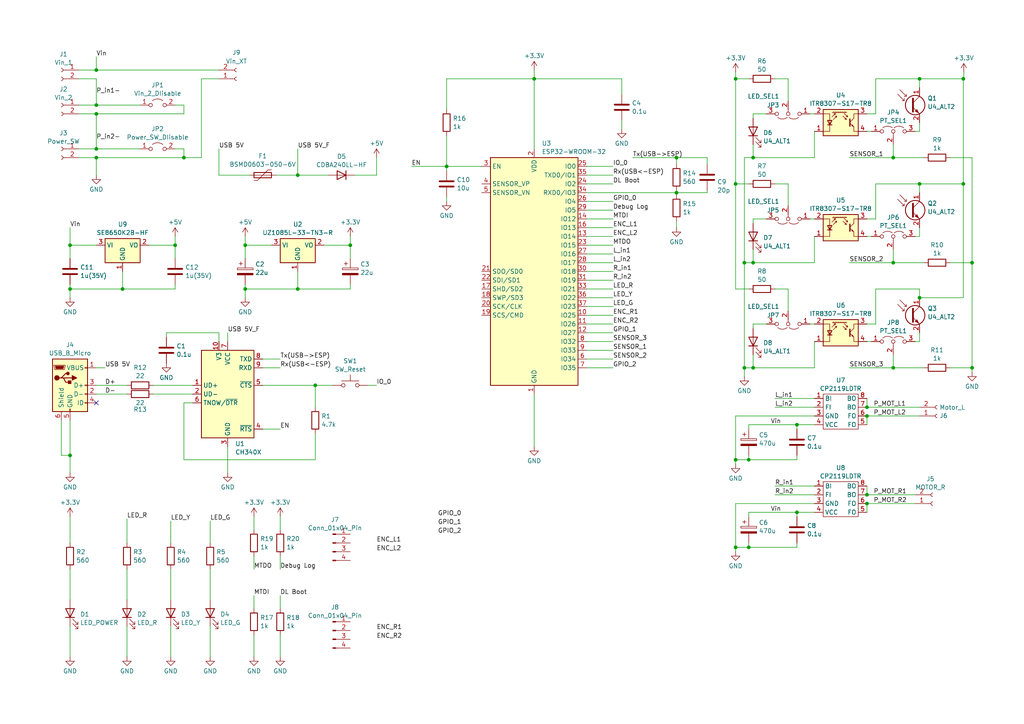
<source format=kicad_sch>
(kicad_sch (version 20230121) (generator eeschema)
  (paper "A4")
  (title_block (title "ESP Mini PF base circuit") (date "2025-04-27") (rev "0.1"))
  (junction (at 27.94 43.18))
  (junction (at 213.36 22.86))
  (junction (at 196.215 45.72))
  (junction (at 281.94 76.2))
  (junction (at 281.94 106.68))
  (junction (at 259.08 106.68))
  (junction (at 154.94 22.86))
  (junction (at 266.7 86.36))
  (junction (at 27.94 45.72))
  (junction (at 231.14 123.19))
  (junction (at 266.7 53.34))
  (junction (at 279.4 53.34))
  (junction (at 259.08 45.72))
  (junction (at 266.7 22.86))
  (junction (at 20.32 71.12))
  (junction (at 279.4 22.86))
  (junction (at 215.9 106.68))
  (junction (at 251.46 143.51))
  (junction (at 251.46 146.05))
  (junction (at 251.46 120.65))
  (junction (at 213.36 53.34))
  (junction (at 71.12 71.12))
  (junction (at 91.44 111.76))
  (junction (at 27.94 33.02))
  (junction (at 27.94 30.48))
  (junction (at 86.36 50.8))
  (junction (at 86.36 83.82))
  (junction (at 50.8 71.12))
  (junction (at 53.34 45.72))
  (junction (at 231.14 148.59))
  (junction (at 20.32 132.08))
  (junction (at 35.56 83.82))
  (junction (at 101.6 71.12))
  (junction (at 196.215 55.88))
  (junction (at 251.46 118.11))
  (junction (at 217.17 158.75))
  (junction (at 218.44 76.2))
  (junction (at 218.44 45.72))
  (junction (at 213.36 133.35))
  (junction (at 213.36 158.75))
  (junction (at 218.44 106.68))
  (junction (at 27.94 20.32))
  (junction (at 71.12 83.82))
  (junction (at 215.9 76.2))
  (junction (at 129.54 48.26))
  (junction (at 217.17 133.35))
  (junction (at 20.32 83.82))
  (junction (at 259.08 76.2))
  (no_connect (at 27.94 116.84))
  (wire (pts (xy 236.22 33.02) (xy 234.95 33.02)))
  (wire (pts (xy 218.44 45.72) (xy 236.22 45.72)))
  (wire (pts (xy 71.12 71.12) (xy 71.12 74.93)))
  (wire (pts (xy 265.43 68.58) (xy 266.7 68.58)))
  (wire (pts (xy 27.94 20.32) (xy 63.5 20.32)))
  (wire (pts (xy 217.17 133.35) (xy 213.36 133.35)))
  (wire (pts (xy 170.18 73.66) (xy 177.8 73.66)))
  (wire (pts (xy 27.94 43.18) (xy 22.86 43.18)))
  (wire (pts (xy 266.7 86.36) (xy 279.4 86.36)))
  (wire (pts (xy 80.01 50.8) (xy 86.36 50.8)))
  (wire (pts (xy 17.78 121.92) (xy 17.78 132.08)))
  (wire (pts (xy 109.22 50.8) (xy 109.22 45.72)))
  (wire (pts (xy 231.14 158.75) (xy 217.17 158.75)))
  (wire (pts (xy 36.83 181.61) (xy 36.83 190.5)))
  (wire (pts (xy 27.94 114.3) (xy 36.83 114.3)))
  (wire (pts (xy 170.18 83.82) (xy 177.8 83.82)))
  (wire (pts (xy 231.14 157.48) (xy 231.14 158.75)))
  (wire (pts (xy 53.34 133.35) (xy 91.44 133.35)))
  (wire (pts (xy 254 22.86) (xy 254 33.02)))
  (wire (pts (xy 259.08 72.39) (xy 259.08 76.2)))
  (wire (pts (xy 55.88 116.84) (xy 53.34 116.84)))
  (wire (pts (xy 213.36 20.955) (xy 213.36 22.86)))
  (wire (pts (xy 20.32 181.61) (xy 20.32 190.5)))
  (wire (pts (xy 254 93.98) (xy 251.46 93.98)))
  (wire (pts (xy 27.94 33.02) (xy 53.34 33.02)))
  (wire (pts (xy 27.94 111.76) (xy 36.83 111.76)))
  (wire (pts (xy 53.34 116.84) (xy 53.34 133.35)))
  (wire (pts (xy 60.96 181.61) (xy 60.96 190.5)))
  (wire (pts (xy 170.18 104.14) (xy 177.8 104.14)))
  (wire (pts (xy 73.66 172.72) (xy 73.66 176.53)))
  (wire (pts (xy 266.7 35.56) (xy 266.7 38.1)))
  (wire (pts (xy 246.38 45.72) (xy 259.08 45.72)))
  (wire (pts (xy 101.6 68.58) (xy 101.6 71.12)))
  (wire (pts (xy 279.4 22.86) (xy 279.4 53.34)))
  (wire (pts (xy 119.38 48.26) (xy 129.54 48.26)))
  (wire (pts (xy 129.54 48.26) (xy 129.54 49.53)))
  (wire (pts (xy 218.44 33.02) (xy 218.44 34.29)))
  (wire (pts (xy 53.34 45.72) (xy 58.42 45.72)))
  (wire (pts (xy 101.6 83.82) (xy 86.36 83.82)))
  (wire (pts (xy 266.7 118.11) (xy 251.46 118.11)))
  (wire (pts (xy 66.04 129.54) (xy 66.04 137.16)))
  (wire (pts (xy 76.2 104.14) (xy 81.28 104.14)))
  (wire (pts (xy 222.25 33.02) (xy 218.44 33.02)))
  (wire (pts (xy 222.25 93.98) (xy 218.44 93.98)))
  (wire (pts (xy 17.78 132.08) (xy 20.32 132.08)))
  (wire (pts (xy 27.94 43.18) (xy 40.64 43.18)))
  (wire (pts (xy 224.79 118.11) (xy 236.22 118.11)))
  (wire (pts (xy 217.17 148.59) (xy 217.17 149.86)))
  (wire (pts (xy 228.6 83.82) (xy 228.6 90.17)))
  (wire (pts (xy 20.32 83.82) (xy 20.32 86.36)))
  (wire (pts (xy 170.18 88.9) (xy 177.8 88.9)))
  (wire (pts (xy 251.46 38.1) (xy 252.73 38.1)))
  (wire (pts (xy 213.36 120.65) (xy 213.36 133.35)))
  (wire (pts (xy 217.17 123.19) (xy 217.17 124.46)))
  (wire (pts (xy 58.42 45.72) (xy 58.42 22.86)))
  (wire (pts (xy 213.36 133.35) (xy 213.36 134.62)))
  (wire (pts (xy 279.5404 20.955) (xy 279.5404 22.86)))
  (wire (pts (xy 27.94 45.72) (xy 27.94 50.8)))
  (wire (pts (xy 170.18 68.58) (xy 177.8 68.58)))
  (wire (pts (xy 259.08 106.68) (xy 267.97 106.68)))
  (wire (pts (xy 224.79 53.34) (xy 228.6 53.34)))
  (wire (pts (xy 251.46 143.51) (xy 251.46 140.97)))
  (wire (pts (xy 265.43 143.51) (xy 251.46 143.51)))
  (wire (pts (xy 170.18 48.26) (xy 177.8 48.26)))
  (wire (pts (xy 73.66 161.29) (xy 73.66 165.1)))
  (wire (pts (xy 50.8 82.55) (xy 50.8 83.82)))
  (wire (pts (xy 215.9 45.72) (xy 215.9 76.2)))
  (wire (pts (xy 251.46 118.11) (xy 251.46 115.57)))
  (wire (pts (xy 196.215 45.72) (xy 196.215 47.625)))
  (wire (pts (xy 91.44 133.35) (xy 91.44 125.73)))
  (wire (pts (xy 183.515 45.72) (xy 196.215 45.72)))
  (wire (pts (xy 20.32 121.92) (xy 20.32 132.08)))
  (wire (pts (xy 224.79 115.57) (xy 236.22 115.57)))
  (wire (pts (xy 63.5 50.8) (xy 72.39 50.8)))
  (wire (pts (xy 265.43 146.05) (xy 251.46 146.05)))
  (wire (pts (xy 50.8 43.18) (xy 53.34 43.18)))
  (wire (pts (xy 196.215 64.135) (xy 196.215 66.04)))
  (wire (pts (xy 246.38 106.68) (xy 259.08 106.68)))
  (wire (pts (xy 213.36 120.65) (xy 236.22 120.65)))
  (wire (pts (xy 266.7 83.82) (xy 266.7 86.36)))
  (wire (pts (xy 259.08 102.87) (xy 259.08 106.68)))
  (wire (pts (xy 218.44 106.68) (xy 236.22 106.68)))
  (wire (pts (xy 275.59 106.68) (xy 281.94 106.68)))
  (wire (pts (xy 58.42 22.86) (xy 63.5 22.86)))
  (wire (pts (xy 170.18 106.68) (xy 177.8 106.68)))
  (wire (pts (xy 218.44 102.87) (xy 218.44 106.68)))
  (wire (pts (xy 217.17 123.19) (xy 231.14 123.19)))
  (wire (pts (xy 71.12 83.82) (xy 71.12 86.36)))
  (wire (pts (xy 20.32 71.12) (xy 20.32 74.93)))
  (wire (pts (xy 251.46 68.58) (xy 252.73 68.58)))
  (wire (pts (xy 49.53 151.13) (xy 49.53 157.48)))
  (wire (pts (xy 254 22.86) (xy 266.7 22.86)))
  (wire (pts (xy 231.14 123.19) (xy 236.22 123.19)))
  (wire (pts (xy 281.94 76.2) (xy 281.94 106.68)))
  (wire (pts (xy 180.34 22.86) (xy 154.94 22.86)))
  (wire (pts (xy 101.6 82.55) (xy 101.6 83.82)))
  (wire (pts (xy 63.5 96.52) (xy 48.26 96.52)))
  (wire (pts (xy 236.22 99.06) (xy 236.22 106.68)))
  (wire (pts (xy 213.36 146.05) (xy 236.22 146.05)))
  (wire (pts (xy 170.18 99.06) (xy 177.8 99.06)))
  (wire (pts (xy 218.44 41.91) (xy 218.44 45.72)))
  (wire (pts (xy 246.38 76.2) (xy 259.08 76.2)))
  (wire (pts (xy 91.44 111.76) (xy 96.52 111.76)))
  (wire (pts (xy 259.08 76.2) (xy 267.97 76.2)))
  (wire (pts (xy 53.34 30.48) (xy 53.34 33.02)))
  (wire (pts (xy 27.94 30.48) (xy 40.64 30.48)))
  (wire (pts (xy 228.6 22.86) (xy 228.6 29.21)))
  (wire (pts (xy 224.79 83.82) (xy 228.6 83.82)))
  (wire (pts (xy 53.34 43.18) (xy 53.34 45.72)))
  (wire (pts (xy 170.18 96.52) (xy 177.8 96.52)))
  (wire (pts (xy 81.28 184.15) (xy 81.28 190.5)))
  (wire (pts (xy 129.54 48.26) (xy 139.7 48.26)))
  (wire (pts (xy 196.215 55.245) (xy 196.215 55.88)))
  (wire (pts (xy 218.44 63.5) (xy 218.44 64.77)))
  (wire (pts (xy 129.54 48.26) (xy 129.54 39.37)))
  (wire (pts (xy 170.18 50.8) (xy 177.8 50.8)))
  (wire (pts (xy 224.79 22.86) (xy 228.6 22.86)))
  (wire (pts (xy 81.28 149.86) (xy 81.28 153.67)))
  (wire (pts (xy 73.66 184.15) (xy 73.66 190.5)))
  (wire (pts (xy 170.18 53.34) (xy 177.8 53.34)))
  (wire (pts (xy 251.46 146.05) (xy 251.46 148.59)))
  (wire (pts (xy 66.04 96.52) (xy 66.04 99.06)))
  (wire (pts (xy 86.36 78.74) (xy 86.36 83.82)))
  (wire (pts (xy 35.56 78.74) (xy 35.56 83.82)))
  (wire (pts (xy 236.22 63.5) (xy 234.95 63.5)))
  (wire (pts (xy 213.36 158.75) (xy 213.36 160.02)))
  (wire (pts (xy 215.9 76.2) (xy 218.44 76.2)))
  (wire (pts (xy 86.36 83.82) (xy 71.12 83.82)))
  (wire (pts (xy 63.5 43.18) (xy 63.5 50.8)))
  (wire (pts (xy 196.215 55.88) (xy 205.105 55.88)))
  (wire (pts (xy 213.36 22.86) (xy 217.17 22.86)))
  (wire (pts (xy 218.44 93.98) (xy 218.44 95.25)))
  (wire (pts (xy 228.6 53.34) (xy 228.6 59.69)))
  (wire (pts (xy 266.7 22.86) (xy 279.4 22.86)))
  (wire (pts (xy 43.18 71.12) (xy 50.8 71.12)))
  (wire (pts (xy 213.36 146.05) (xy 213.36 158.75)))
  (wire (pts (xy 218.44 76.2) (xy 236.22 76.2)))
  (wire (pts (xy 71.12 71.12) (xy 78.74 71.12)))
  (wire (pts (xy 170.18 55.88) (xy 196.215 55.88)))
  (wire (pts (xy 170.18 81.28) (xy 177.8 81.28)))
  (wire (pts (xy 279.4 53.34) (xy 279.4 86.36)))
  (wire (pts (xy 266.7 53.34) (xy 266.7 55.88)))
  (wire (pts (xy 180.34 34.925) (xy 180.34 37.465)))
  (wire (pts (xy 231.14 133.35) (xy 217.17 133.35)))
  (wire (pts (xy 266.7 22.86) (xy 266.7 25.4)))
  (wire (pts (xy 251.46 120.65) (xy 251.46 123.19)))
  (wire (pts (xy 36.83 150.495) (xy 36.83 157.48)))
  (wire (pts (xy 170.18 86.36) (xy 177.8 86.36)))
  (wire (pts (xy 231.14 148.59) (xy 236.22 148.59)))
  (wire (pts (xy 27.94 20.32) (xy 22.86 20.32)))
  (wire (pts (xy 275.59 76.2) (xy 281.94 76.2)))
  (wire (pts (xy 236.22 93.98) (xy 234.95 93.98)))
  (wire (pts (xy 170.18 91.44) (xy 177.8 91.44)))
  (wire (pts (xy 213.36 53.34) (xy 217.17 53.34)))
  (wire (pts (xy 266.7 96.52) (xy 266.7 99.06)))
  (wire (pts (xy 265.43 38.1) (xy 266.7 38.1)))
  (wire (pts (xy 106.68 111.76) (xy 109.22 111.76)))
  (wire (pts (xy 222.25 63.5) (xy 218.44 63.5)))
  (wire (pts (xy 217.17 148.59) (xy 231.14 148.59)))
  (wire (pts (xy 217.17 132.08) (xy 217.17 133.35)))
  (wire (pts (xy 266.7 66.04) (xy 266.7 68.58)))
  (wire (pts (xy 49.53 181.61) (xy 49.53 190.5)))
  (wire (pts (xy 170.18 78.74) (xy 177.8 78.74)))
  (wire (pts (xy 86.36 43.18) (xy 86.36 50.8)))
  (wire (pts (xy 27.94 22.86) (xy 27.94 30.48)))
  (wire (pts (xy 254 63.5) (xy 251.46 63.5)))
  (wire (pts (xy 20.32 71.12) (xy 27.94 71.12)))
  (wire (pts (xy 170.18 71.12) (xy 177.8 71.12)))
  (wire (pts (xy 170.18 66.04) (xy 177.8 66.04)))
  (wire (pts (xy 205.105 47.625) (xy 205.105 45.72)))
  (wire (pts (xy 49.53 165.1) (xy 49.53 173.99)))
  (wire (pts (xy 76.2 106.68) (xy 81.28 106.68)))
  (wire (pts (xy 275.59 45.72) (xy 281.94 45.72)))
  (wire (pts (xy 196.215 55.88) (xy 196.215 56.515)))
  (wire (pts (xy 254 83.82) (xy 266.7 83.82)))
  (wire (pts (xy 20.32 83.82) (xy 20.32 82.55)))
  (wire (pts (xy 170.18 93.98) (xy 177.8 93.98)))
  (wire (pts (xy 27.94 45.72) (xy 53.34 45.72)))
  (wire (pts (xy 251.46 99.06) (xy 252.73 99.06)))
  (wire (pts (xy 129.54 57.15) (xy 129.54 58.42)))
  (wire (pts (xy 27.94 106.68) (xy 30.48 106.68)))
  (wire (pts (xy 35.56 83.82) (xy 20.32 83.82)))
  (wire (pts (xy 224.79 143.51) (xy 236.22 143.51)))
  (wire (pts (xy 22.86 45.72) (xy 27.94 45.72)))
  (wire (pts (xy 215.9 45.72) (xy 218.44 45.72)))
  (wire (pts (xy 259.08 45.72) (xy 267.97 45.72)))
  (wire (pts (xy 266.7 120.65) (xy 251.46 120.65)))
  (wire (pts (xy 93.98 71.12) (xy 101.6 71.12)))
  (wire (pts (xy 224.79 140.97) (xy 236.22 140.97)))
  (wire (pts (xy 22.86 33.02) (xy 27.94 33.02)))
  (wire (pts (xy 236.22 38.1) (xy 236.22 45.72)))
  (wire (pts (xy 86.36 50.8) (xy 95.25 50.8)))
  (wire (pts (xy 91.44 118.11) (xy 91.44 111.76)))
  (wire (pts (xy 48.26 96.52) (xy 48.26 97.79)))
  (wire (pts (xy 50.8 30.48) (xy 53.34 30.48)))
  (wire (pts (xy 50.8 71.12) (xy 50.8 74.93)))
  (wire (pts (xy 154.94 20.32) (xy 154.94 22.86)))
  (wire (pts (xy 170.18 60.96) (xy 177.8 60.96)))
  (wire (pts (xy 266.7 53.34) (xy 279.4 53.34)))
  (wire (pts (xy 76.2 124.46) (xy 81.28 124.46)))
  (wire (pts (xy 254 53.34) (xy 254 63.5)))
  (wire (pts (xy 50.8 83.82) (xy 35.56 83.82)))
  (wire (pts (xy 60.96 151.13) (xy 60.96 157.48)))
  (wire (pts (xy 27.94 30.48) (xy 22.86 30.48)))
  (wire (pts (xy 213.36 83.82) (xy 217.17 83.82)))
  (wire (pts (xy 259.08 41.91) (xy 259.08 45.72)))
  (wire (pts (xy 50.8 68.58) (xy 50.8 71.12)))
  (wire (pts (xy 281.94 106.68) (xy 281.94 107.95)))
  (wire (pts (xy 205.105 45.72) (xy 196.215 45.72)))
  (wire (pts (xy 170.18 101.6) (xy 177.8 101.6)))
  (wire (pts (xy 101.6 71.12) (xy 101.6 74.93)))
  (wire (pts (xy 170.18 63.5) (xy 177.8 63.5)))
  (wire (pts (xy 254 33.02) (xy 251.46 33.02)))
  (wire (pts (xy 236.22 68.58) (xy 236.22 76.2)))
  (wire (pts (xy 129.54 22.86) (xy 154.94 22.86)))
  (wire (pts (xy 154.94 114.3) (xy 154.94 129.54)))
  (wire (pts (xy 213.36 22.86) (xy 213.36 53.34)))
  (wire (pts (xy 44.45 114.3) (xy 55.88 114.3)))
  (wire (pts (xy 27.94 16.51) (xy 27.94 20.32)))
  (wire (pts (xy 20.32 149.86) (xy 20.32 157.48)))
  (wire (pts (xy 76.2 111.76) (xy 91.44 111.76)))
  (wire (pts (xy 20.32 132.08) (xy 20.32 137.16)))
  (wire (pts (xy 27.94 33.02) (xy 27.94 43.18)))
  (wire (pts (xy 71.12 68.58) (xy 71.12 71.12)))
  (wire (pts (xy 44.45 111.76) (xy 55.88 111.76)))
  (wire (pts (xy 215.9 76.2) (xy 215.9 106.68)))
  (wire (pts (xy 254 83.82) (xy 254 93.98)))
  (wire (pts (xy 129.54 31.75) (xy 129.54 22.86)))
  (wire (pts (xy 170.18 76.2) (xy 177.8 76.2)))
  (wire (pts (xy 71.12 83.82) (xy 71.12 82.55)))
  (wire (pts (xy 180.34 27.305) (xy 180.34 22.86)))
  (wire (pts (xy 22.86 22.86) (xy 27.94 22.86)))
  (wire (pts (xy 81.28 161.29) (xy 81.28 165.1)))
  (wire (pts (xy 231.14 123.19) (xy 231.14 124.46)))
  (wire (pts (xy 36.83 165.1) (xy 36.83 173.99)))
  (wire (pts (xy 217.17 157.48) (xy 217.17 158.75)))
  (wire (pts (xy 231.14 148.59) (xy 231.14 149.86)))
  (wire (pts (xy 215.9 106.68) (xy 215.9 109.22)))
  (wire (pts (xy 154.94 22.86) (xy 154.94 43.18)))
  (wire (pts (xy 170.18 58.42) (xy 177.8 58.42)))
  (wire (pts (xy 81.28 172.72) (xy 81.28 176.53)))
  (wire (pts (xy 215.9 106.68) (xy 218.44 106.68)))
  (wire (pts (xy 213.36 53.34) (xy 213.36 83.82)))
  (wire (pts (xy 205.105 55.88) (xy 205.105 55.245)))
  (wire (pts (xy 217.17 158.75) (xy 213.36 158.75)))
  (wire (pts (xy 254 53.34) (xy 266.7 53.34)))
  (wire (pts (xy 218.44 72.39) (xy 218.44 76.2)))
  (wire (pts (xy 60.96 165.1) (xy 60.96 173.99)))
  (wire (pts (xy 20.32 66.04) (xy 20.32 71.12)))
  (wire (pts (xy 279.4 22.86) (xy 279.5404 22.86)))
  (wire (pts (xy 281.94 45.72) (xy 281.94 76.2)))
  (wire (pts (xy 231.14 132.08) (xy 231.14 133.35)))
  (wire (pts (xy 102.87 50.8) (xy 109.22 50.8)))
  (wire (pts (xy 20.32 165.1) (xy 20.32 173.99)))
  (wire (pts (xy 63.5 99.06) (xy 63.5 96.52)))
  (wire (pts (xy 73.66 149.86) (xy 73.66 153.67)))
  (wire (pts (xy 265.43 99.06) (xy 266.7 99.06)))
  (label "DL Boot" (at 81.28 172.72 0))
  (label "LED_R" (at 36.83 150.495 0))
  (label "ENC_L1" (at 109.22 157.48 0))
  (label "Vin" (at 223.52 148.59 0))
  (label "GPIO_1" (at 177.8 96.52 0))
  (label "SENSOR_3" (at 246.38 106.68 0))
  (label "P_MOT_L1" (at 253.365 118.11 0))
  (label "Tx(USB->ESP)" (at 183.515 45.72 0))
  (label "IO_0" (at 109.22 111.76 0))
  (label "LED_Y" (at 177.8 86.36 0))
  (label "L_in1" (at 224.79 115.57 0))
  (label "LED_R" (at 177.8 83.82 0))
  (label "R_in2" (at 224.79 143.51 0))
  (label "R_in1" (at 224.79 140.97 0))
  (label "L_in2" (at 224.79 118.11 0))
  (label "ENC_L2" (at 177.8 68.58 0))
  (label "MTDI" (at 177.8 63.5 0))
  (label "SENSOR_1" (at 246.38 45.72 0))
  (label "GPIO_0" (at 127 149.86 0))
  (label "MTDO" (at 73.66 165.1 0))
  (label "Rx(USB<-ESP)" (at 81.28 106.68 0))
  (label "Debug Log" (at 81.28 165.1 0))
  (label "SENSOR_2" (at 177.8 104.14 0))
  (label "IO_0" (at 177.8 48.26 0))
  (label "SENSOR_1" (at 177.8 101.6 0))
  (label "P_MOT_R2" (at 253.365 146.05 0))
  (label "Tx(USB->ESP)" (at 81.28 104.14 0))
  (label "R_in1" (at 177.8 78.74 0))
  (label "Vin" (at 20.32 66.04 0))
  (label "Debug Log" (at 177.8 60.96 0))
  (label "ENC_R2" (at 109.22 185.42 0))
  (label "Vin" (at 27.94 16.51 0))
  (label "EN" (at 119.38 48.26 0))
  (label "USB 5V_F" (at 66.04 96.52 0))
  (label "EN" (at 81.28 124.46 0))
  (label "D-" (at 30.48 114.3 0))
  (label "P_MOT_R1" (at 253.365 143.51 0))
  (label "P_in2-" (at 27.94 40.64 0))
  (label "MTDO" (at 177.8 71.12 0))
  (label "R_in2" (at 177.8 81.28 0))
  (label "Rx(USB<-ESP)" (at 177.8 50.8 0))
  (label "LED_Y" (at 49.53 151.13 0))
  (label "ENC_L2" (at 109.22 160.02 0))
  (label "D+" (at 30.48 111.76 0))
  (label "P_MOT_L2" (at 253.365 120.65 0))
  (label "ENC_L1" (at 177.8 66.04 0))
  (label "GPIO_2" (at 177.8 106.68 0))
  (label "ENC_R2" (at 177.8 93.98 0))
  (label "USB 5V_F" (at 86.36 43.18 0))
  (label "GPIO_1" (at 127 152.4 0))
  (label "MTDI" (at 73.66 172.72 0))
  (label "ENC_R1" (at 177.8 91.44 0))
  (label "L_in2" (at 177.8 76.2 0))
  (label "GPIO_0" (at 177.8 58.42 0))
  (label "Vin" (at 223.52 123.19 0))
  (label "P_in1-" (at 27.94 27.305 0))
  (label "SENSOR_3" (at 177.8 99.06 0))
  (label "USB 5V" (at 63.5 43.18 0))
  (label "LED_G" (at 60.96 151.13 0))
  (label "SENSOR_2" (at 246.38 76.2 0))
  (label "GPIO_2" (at 127 154.94 0))
  (label "ENC_R1" (at 109.22 182.88 0))
  (label "DL Boot" (at 177.8 53.34 0))
  (label "USB 5V" (at 30.48 106.68 0))
  (label "L_in1" (at 177.8 73.66 0))
  (label "LED_G" (at 177.8 88.9 0))
  (symbol (lib_id "power:GND") (at 66.04 137.16 0) (unit 1)
    (property "Reference" "#PWR010" (effects hide))
    (property "Value" "GND" (at 66.04 141.2931 0))
  )
  (symbol (lib_id "power:GND") (at 36.83 190.5 0) (unit 1)
    (property "Reference" "#PWR05" (effects hide))
    (property "Value" "GND" (at 36.83 194.6331 0))
  )
  (symbol (lib_id "Device:C_Polarized") (at 217.17 153.67 0) (unit 1)
    (property "Reference" "C6" (at 220.091 151.5689 0) (effects (justify left)))
    (property "Value" "470u" (at 220.091 153.9931 0) (effects (justify left)))
    (property "Footprint" "Capacitor_THT:CP_Radial_D8.0mm_P3.50mm" (effects hide))
    (property "LCSC" "x" (effects hide))
  )
  (symbol (lib_id "Device:LED") (at 218.44 68.58 90) (unit 1)
    (property "Reference" "D7" (at 221.361 68.9554 90) (effects (justify right)))
    (property "Value" "U4_ALT1" (at 221.361 71.3796 90) (effects (justify right)))
    (property "Footprint" "LED_THT:LED_D5.0mm" (effects hide))
  )
  (symbol (lib_id "power:GND") (at 73.66 190.5 0) (unit 1)
    (property "Reference" "#PWR023" (effects hide))
    (property "Value" "GND" (at 73.66 194.6331 0))
  )
  (symbol (lib_id "Jumper:Jumper_2_Open") (at 45.72 30.48 0) (unit 1)
    (property "Reference" "JP1" (at 45.72 24.6847 0))
    (property "Value" "Vin_2_DIisable" (at 45.72 27.1089 0))
    (property "Footprint" "Jumper:SolderJumper-2_P1.3mm_Open_RoundedPad1.0x1.5mm" (effects hide))
    (property "LCSC" "x" (effects hide))
  )
  (symbol (lib_id "Device:LED") (at 218.44 99.06 90) (unit 1)
    (property "Reference" "D8" (at 221.361 99.4354 90) (effects (justify right)))
    (property "Value" "U4_ALT1" (at 221.361 101.8596 90) (effects (justify right)))
    (property "Footprint" "LED_THT:LED_D5.0mm" (effects hide))
  )
  (symbol (lib_id "Connector:Conn_01x02_Socket") (at 17.78 20.32 0) (mirror y) (unit 1)
    (property "Reference" "J1" (at 18.415 15.7185 0))
    (property "Value" "Vin_1" (at 18.415 18.1427 0))
    (property "Footprint" "Connector_JST:JST_PH_B2B-PH-K_1x02_P2.00mm_Vertical" (effects hide))
    (property "LCSC" "C160352" (effects hide))
  )
  (symbol (lib_id "Device:R") (at 40.64 114.3 90) (unit 1)
    (property "Reference" "R13" (at 40.64 118.745 90))
    (property "Value" "22" (at 40.64 116.84 90))
    (property "Footprint" "Resistor_SMD:R_0402_1005Metric" (effects hide))
    (property "LCSC" "C400511" (effects hide))
  )
  (symbol (lib_id "Device:C") (at 50.8 78.74 0) (unit 1)
    (property "Reference" "C12" (at 53.721 77.5279 0) (effects (justify left)))
    (property "Value" "1u(35V)" (at 53.721 79.9521 0) (effects (justify left)))
    (property "Footprint" "Capacitor_SMD:C_0402_1005Metric" (effects hide))
    (property "LCSC" "C361059" (effects hide))
  )
  (symbol (lib_id "power:GND") (at 20.32 190.5 0) (unit 1)
    (property "Reference" "#PWR03" (effects hide))
    (property "Value" "GND" (at 20.32 194.6331 0))
  )
  (symbol (lib_id "Device:LED") (at 218.44 38.1 90) (unit 1)
    (property "Reference" "D6" (at 221.361 38.4754 90) (effects (justify right)))
    (property "Value" "U4_ALT1" (at 221.361 40.8996 90) (effects (justify right)))
    (property "Footprint" "LED_THT:LED_D5.0mm" (effects hide))
  )
  (symbol (lib_id "Device:LED") (at 36.83 177.8 90) (unit 1)
    (property "Reference" "D2" (at 39.751 178.1754 90) (effects (justify right)))
    (property "Value" "LED_R" (at 39.751 180.5996 90) (effects (justify right)))
    (property "Footprint" "LED_THT:LED_D3.0mm" (effects hide))
    (property "LCSC" "x" (effects hide))
  )
  (symbol (lib_id "Connector:Conn_01x02_Socket") (at 270.51 146.05 0) (mirror x) (unit 1)
    (property "Reference" "J5" (at 269.875 138.9085 0))
    (property "Value" "MOTOR_R" (at 269.875 141.3327 0))
    (property "Footprint" "TerminalBlock:TerminalBlock_bornier-2_P5.08mm" (effects hide))
    (property "LCSC" "C8465" (effects hide))
  )
  (symbol (lib_id "Jumper:Jumper_3_Open") (at 259.08 38.1 0) (unit 1)
    (property "Reference" "JP4" (at 259.08 32.5835 0))
    (property "Value" "PT_SEL1" (at 259.08 35.0077 0))
    (property "Footprint" "Jumper:SolderJumper-3_P1.3mm_Open_RoundedPad1.0x1.5mm" (effects hide))
  )
  (symbol (lib_id "power:GND") (at 20.32 137.16 0) (unit 1)
    (property "Reference" "#PWR01" (effects hide))
    (property "Value" "GND" (at 20.32 141.2931 0))
  )
  (symbol (lib_id "power:GND") (at 215.9 109.22 0) (unit 1)
    (property "Reference" "#PWR018" (effects hide))
    (property "Value" "GND" (at 215.9 113.3531 0))
  )
  (symbol (lib_id "Jumper:Jumper_3_Open") (at 259.08 68.58 0) (unit 1)
    (property "Reference" "JP6" (at 259.08 63.0635 0))
    (property "Value" "PT_SEL1" (at 259.08 65.4877 0))
    (property "Footprint" "Jumper:SolderJumper-3_P1.3mm_Open_RoundedPad1.0x1.5mm" (effects hide))
  )
  (symbol (lib_id "power:+3.3V") (at 213.36 20.955 0) (unit 1)
    (property "Reference" "#PWR015" (effects hide))
    (property "Value" "+3.3V" (at 213.36 16.8219 0))
  )
  (symbol (lib_id "Device:LED") (at 49.53 177.8 90) (unit 1)
    (property "Reference" "D3" (at 52.451 178.1754 90) (effects (justify right)))
    (property "Value" "LED_Y" (at 52.451 180.5996 90) (effects (justify right)))
    (property "Footprint" "LED_THT:LED_D3.0mm" (effects hide))
    (property "LCSC" "x" (effects hide))
  )
  (symbol (lib_id "Connector:USB_B_Micro") (at 20.32 111.76 0) (unit 1)
    (property "Reference" "J4" (at 20.32 99.9957 0))
    (property "Value" "USB_B_Micro" (at 20.32 102.4199 0))
    (property "Footprint" "Connector_USB:USB_Micro-B_Amphenol_10103594-0001LF_Horizontal" (effects hide))
    (property "LCSC" "C428495" (effects hide))
  )
  (symbol (lib_id "power:GND") (at 27.94 50.8 0) (unit 1)
    (property "Reference" "#PWR04" (effects hide))
    (property "Value" "GND" (at 27.94 54.9331 0))
  )
  (symbol (lib_id "Device:R") (at 220.98 22.86 270) (unit 1)
    (property "Reference" "R6" (at 220.98 17.6997 90))
    (property "Value" "50" (at 220.98 20.1239 90))
    (property "Footprint" "Resistor_SMD:R_0805_2012Metric" (effects hide))
    (property "LCSC" "C2828866" (effects hide))
  )
  (symbol (lib_id "Device:Q_Photo_NPN") (at 264.16 91.44 0) (unit 1)
    (property "Reference" "Q3" (at 269.0114 89.4786 0) (effects (justify left)))
    (property "Value" "U4_ALT2" (at 269.0114 91.9028 0) (effects (justify left)))
    (property "Footprint" "LED_THT:LED_D5.0mm" (effects hide))
  )
  (symbol (lib_id "power:GND") (at 49.53 190.5 0) (unit 1)
    (property "Reference" "#PWR06" (effects hide))
    (property "Value" "GND" (at 49.53 194.6331 0))
  )
  (symbol (lib_id "Device:C_Polarized") (at 217.17 128.27 0) (unit 1)
    (property "Reference" "C5" (at 220.091 126.1689 0) (effects (justify left)))
    (property "Value" "470u" (at 220.091 128.5931 0) (effects (justify left)))
    (property "Footprint" "Capacitor_THT:CP_Radial_D8.0mm_P3.50mm" (effects hide))
    (property "LCSC" "x" (effects hide))
  )
  (symbol (lib_id "Device:C") (at 129.54 53.34 0) (unit 1)
    (property "Reference" "C10" (at 132.461 52.1279 0) (effects (justify left)))
    (property "Value" "10u" (at 132.461 54.5521 0) (effects (justify left)))
    (property "Footprint" "Capacitor_SMD:C_0402_1005Metric" (effects hide))
    (property "LCSC" "C76991" (effects hide))
  )
  (symbol (lib_id "Sensor_Proximity:ITR8307-S17-TR8") (at 243.84 66.04 0) (unit 1)
    (property "Reference" "U5" (at 243.84 58.0857 0))
    (property "Value" "ITR8307-S17-TR8" (at 243.84 60.5099 0))
    (property "Footprint" "OptoDevice:Everlight_ITR1201SR10AR" (effects hide))
    (property "Datasheet" "https://datasheet.lcsc.com/szlcsc/1810010232_Everlight-Elec-ITR8307-S17-TR8-B_C81632.pdf" (effects hide))
    (property "LCSC" "C81632" (effects hide))
  )
  (symbol (lib_id "Device:R") (at 196.215 60.325 0) (unit 1)
    (property "Reference" "R15" (at 197.993 59.1129 0) (effects (justify left)))
    (property "Value" "1k" (at 197.993 61.5371 0) (effects (justify left)))
    (property "Footprint" "Resistor_SMD:R_0402_1005Metric" (effects hide))
    (property "LCSC" "C159872" (effects hide))
  )
  (symbol (lib_id "Device:R") (at 196.215 51.435 0) (unit 1)
    (property "Reference" "R14" (at 197.993 50.2229 0) (effects (justify left)))
    (property "Value" "560" (at 197.993 52.6471 0) (effects (justify left)))
    (property "Footprint" "Resistor_SMD:R_0402_1005Metric" (effects hide))
    (property "LCSC" "C427239" (effects hide))
  )
  (symbol (lib_id "Device:LED") (at 60.96 177.8 90) (unit 1)
    (property "Reference" "D4" (at 63.881 178.1754 90) (effects (justify right)))
    (property "Value" "LED_G" (at 63.881 180.5996 90) (effects (justify right)))
    (property "Footprint" "LED_THT:LED_D3.0mm" (effects hide))
    (property "LCSC" "x" (effects hide))
  )
  (symbol (lib_id "power:GND") (at 71.12 86.36 0) (unit 1)
    (property "Reference" "#PWR09" (effects hide))
    (property "Value" "GND" (at 71.12 90.4931 0))
  )
  (symbol (lib_id "Device:C") (at 20.32 78.74 0) (unit 1)
    (property "Reference" "C11" (at 23.241 77.5279 0) (effects (justify left)))
    (property "Value" "1u(35V)" (at 23.241 79.9521 0) (effects (justify left)))
    (property "Footprint" "Capacitor_SMD:C_0402_1005Metric" (effects hide))
    (property "LCSC" "C361059" (effects hide))
  )
  (symbol (lib_id "power:+3.3V") (at 20.32 149.86 0) (unit 1)
    (property "Reference" "#PWR02" (effects hide))
    (property "Value" "+3.3V" (at 20.32 145.7269 0))
  )
  (symbol (lib_id "Device:R") (at 60.96 161.29 0) (unit 1)
    (property "Reference" "R5" (at 62.738 160.0779 0) (effects (justify left)))
    (property "Value" "560" (at 62.738 162.5021 0) (effects (justify left)))
    (property "Footprint" "Resistor_SMD:R_0402_1005Metric" (effects hide))
    (property "LCSC" "C427239" (effects hide))
  )
  (symbol (lib_id "Device:Q_Photo_NPN") (at 264.16 30.48 0) (unit 1)
    (property "Reference" "Q1" (at 269.0114 28.5186 0) (effects (justify left)))
    (property "Value" "U4_ALT2" (at 269.0114 30.9428 0) (effects (justify left)))
    (property "Footprint" "LED_THT:LED_D5.0mm" (effects hide))
  )
  (symbol (lib_id "Device:C") (at 231.14 128.27 0) (unit 1)
    (property "Reference" "C7" (at 234.061 127.0579 0) (effects (justify left)))
    (property "Value" "0.1u" (at 234.061 129.4821 0) (effects (justify left)))
    (property "Footprint" "Capacitor_SMD:C_0402_1005Metric" (effects hide))
    (property "LCSC" "C77020" (effects hide))
  )
  (symbol (lib_id "Jumper:Jumper_2_Open") (at 45.72 43.18 0) (unit 1)
    (property "Reference" "JP2" (at 45.72 37.3847 0))
    (property "Value" "Power_SW_DIisable" (at 45.72 39.8089 0))
    (property "Footprint" "Jumper:SolderJumper-2_P1.3mm_Open_RoundedPad1.0x1.5mm" (effects hide))
    (property "LCSC" "x" (effects hide))
  )
  (symbol (lib_id "power:GND") (at 20.32 86.36 0) (unit 1)
    (property "Reference" "#PWR027" (effects hide))
    (property "Value" "GND" (at 20.32 90.4931 0))
  )
  (symbol (lib_id "Jumper:Jumper_3_Open") (at 228.6 63.5 180) (unit 1)
    (property "Reference" "JP5" (at 226.06 60.96 0) (effects (justify left)))
    (property "Value" "LED_SEL1" (at 226.06 58.42 0) (effects (justify left)))
    (property "Footprint" "Jumper:SolderJumper-3_P1.3mm_Open_RoundedPad1.0x1.5mm" (effects hide))
  )
  (symbol (lib_id "Connector:Conn_01x04_Pin") (at 96.52 157.48 0) (unit 1)
    (property "Reference" "J7" (at 97.155 150.7195 0))
    (property "Value" "Conn_01x04_Pin" (at 97.155 153.1437 0))
  )
  (symbol (lib_id "Regulator_Linear:AP1117-33") (at 86.36 71.12 0) (unit 1)
    (property "Reference" "U2" (at 86.36 65.0707 0))
    (property "Value" "UZ1085L-33-TN3-R" (at 86.36 67.4949 0))
    (property "Footprint" "Package_TO_SOT_SMD:TO-252-2" (effects hide))
    (property "Datasheet" "https://www.lcsc.com/datasheet/lcsc_datasheet_2304140030_UTC-Unisonic-Tech-UZ1085L-33-TN3-R_C125622.pdf" (effects hide))
    (property "LCSC" "C125622" (effects hide))
  )
  (symbol (lib_id "Device:C") (at 48.26 101.6 0) (unit 1)
    (property "Reference" "C1" (at 51.181 100.3879 0) (effects (justify left)))
    (property "Value" "0.1u" (at 51.181 102.8121 0) (effects (justify left)))
    (property "Footprint" "Capacitor_SMD:C_0402_1005Metric" (effects hide))
    (property "LCSC" "C77020" (effects hide))
  )
  (symbol (lib_id "Device:R") (at 271.78 76.2 90) (unit 1)
    (property "Reference" "R10" (at 271.78 71.0397 90))
    (property "Value" "1k" (at 271.78 73.4639 90))
    (property "Footprint" "Resistor_SMD:R_0402_1005Metric" (effects hide))
    (property "LCSC" "C159872" (effects hide))
  )
  (symbol (lib_id "Connector:Conn_01x04_Pin") (at 96.52 182.88 0) (unit 1)
    (property "Reference" "J8" (at 97.155 176.1195 0))
    (property "Value" "Conn_01x04_Pin" (at 97.155 178.5437 0))
  )
  (symbol (lib_id "power:+3.3V") (at 101.6 68.58 0) (unit 1)
    (property "Reference" "#PWR011" (effects hide))
    (property "Value" "+3.3V" (at 101.6 64.4469 0))
  )
  (symbol (lib_id "power:GND") (at 213.36 134.62 0) (unit 1)
    (property "Reference" "#PWR016" (effects hide))
    (property "Value" "GND" (at 213.36 138.7531 0))
  )
  (symbol (lib_id "power:GND") (at 180.34 37.465 0) (unit 1)
    (property "Reference" "#PWR014" (effects hide))
    (property "Value" "GND" (at 180.34 41.5981 0))
  )
  (symbol (lib_id "Device:R") (at 271.78 45.72 90) (unit 1)
    (property "Reference" "R9" (at 271.78 40.5597 90))
    (property "Value" "1k" (at 271.78 42.9839 90))
    (property "Footprint" "Resistor_SMD:R_0402_1005Metric" (effects hide))
    (property "LCSC" "C159872" (effects hide))
  )
  (symbol (lib_id "Device:R") (at 73.66 180.34 0) (unit 1)
    (property "Reference" "R17" (at 75.438 179.1279 0) (effects (justify left)))
    (property "Value" "1k" (at 75.438 181.5521 0) (effects (justify left)))
    (property "Footprint" "Resistor_SMD:R_0402_1005Metric" (effects hide))
    (property "LCSC" "C159872" (effects hide))
  )
  (symbol (lib_id "power:GND") (at 48.26 105.41 0) (unit 1)
    (property "Reference" "#PWR07" (effects hide))
    (property "Value" "GND" (at 48.26 109.5431 0))
  )
  (symbol (lib_id "Jumper:Jumper_3_Open") (at 259.08 99.06 0) (unit 1)
    (property "Reference" "JP8" (at 259.08 93.5435 0))
    (property "Value" "PT_SEL1" (at 259.08 95.9677 0))
    (property "Footprint" "Jumper:SolderJumper-3_P1.3mm_Open_RoundedPad1.0x1.5mm" (effects hide))
  )
  (symbol (lib_id "Connector:Conn_01x02_Socket") (at 68.58 22.86 0) (mirror x) (unit 1)
    (property "Reference" "J9" (at 68.58 15.24 0))
    (property "Value" "Vin_XT" (at 68.58 17.78 0))
    (property "Footprint" "Connector_AMASS:AMASS_XT60-M_1x02_P7.20mm_Vertical" (effects hide))
    (property "LCSC" "C160352" (effects hide))
  )
  (symbol (lib_id "Device:C") (at 180.34 31.115 0) (unit 1)
    (property "Reference" "C4" (at 183.261 29.9029 0) (effects (justify left)))
    (property "Value" "0.1u" (at 183.261 32.3271 0) (effects (justify left)))
    (property "Footprint" "Capacitor_SMD:C_0402_1005Metric" (effects hide))
    (property "LCSC" "C77020" (effects hide))
  )
  (symbol (lib_id "Device:R") (at 73.66 157.48 0) (unit 1)
    (property "Reference" "R19" (at 75.438 156.2679 0) (effects (justify left)))
    (property "Value" "1k" (at 75.438 158.6921 0) (effects (justify left)))
    (property "Footprint" "Resistor_SMD:R_0402_1005Metric" (effects hide))
    (property "LCSC" "C159872" (effects hide))
  )
  (symbol (lib_id "Connector:Conn_01x02_Socket") (at 271.78 120.65 0) (mirror x) (unit 1)
    (property "Reference" "J6" (at 272.4912 120.5921 0) (effects (justify left)))
    (property "Value" "Motor_L" (at 272.4912 118.1679 0) (effects (justify left)))
    (property "Footprint" "TerminalBlock:TerminalBlock_bornier-2_P5.08mm" (effects hide))
    (property "LCSC" "C8465" (effects hide))
  )
  (symbol (lib_id "power:+3.3V") (at 81.28 149.86 0) (unit 1)
    (property "Reference" "#PWR026" (effects hide))
    (property "Value" "+3.3V" (at 81.28 145.7269 0))
  )
  (symbol (lib_id "Sensor_Proximity:ITR8307-S17-TR8") (at 243.84 96.52 0) (unit 1)
    (property "Reference" "U6" (at 243.84 88.5657 0))
    (property "Value" "ITR8307-S17-TR8" (at 243.84 90.9899 0))
    (property "Footprint" "OptoDevice:Everlight_ITR1201SR10AR" (effects hide))
    (property "Datasheet" "https://datasheet.lcsc.com/szlcsc/1810010232_Everlight-Elec-ITR8307-S17-TR8-B_C81632.pdf" (effects hide))
    (property "LCSC" "C81632" (effects hide))
  )
  (symbol (lib_id "power:GND") (at 154.94 129.54 0) (unit 1)
    (property "Reference" "#PWR013" (effects hide))
    (property "Value" "GND" (at 154.94 133.6731 0))
  )
  (symbol (lib_id "Connector:Conn_01x02_Socket") (at 17.78 43.18 0) (mirror y) (unit 1)
    (property "Reference" "J3" (at 18.415 38.5785 0))
    (property "Value" "Power_SW" (at 18.415 41.0027 0))
    (property "Footprint" "Connector_JST:JST_PH_B2B-PH-K_1x02_P2.00mm_Vertical" (effects hide))
    (property "LCSC" "C160352" (effects hide))
  )
  (symbol (lib_id "power:GND") (at 281.94 107.95 0) (unit 1)
    (property "Reference" "#PWR020" (effects hide))
    (property "Value" "GND" (at 281.94 112.0831 0))
  )
  (symbol (lib_id "power:GND") (at 129.54 58.42 0) (unit 1)
    (property "Reference" "#PWR022" (effects hide))
    (property "Value" "GND" (at 129.54 62.5531 0))
  )
  (symbol (lib_id "Jumper:Jumper_3_Open") (at 228.6 93.98 180) (unit 1)
    (property "Reference" "JP7" (at 226.06 91.44 0) (effects (justify left)))
    (property "Value" "LED_SEL1" (at 226.06 88.9 0) (effects (justify left)))
    (property "Footprint" "Jumper:SolderJumper-3_P1.3mm_Open_RoundedPad1.0x1.5mm" (effects hide))
  )
  (symbol (lib_id "power:GND") (at 213.36 160.02 0) (unit 1)
    (property "Reference" "#PWR017" (effects hide))
    (property "Value" "GND" (at 213.36 164.1531 0))
  )
  (symbol (lib_id "RF_Module:ESP32-WROOM-32") (at 154.94 78.74 0) (unit 1)
    (property "Reference" "U3" (at 157.1341 41.5757 0) (effects (justify left)))
    (property "Value" "ESP32-WROOM-32" (at 157.1341 43.9999 0) (effects (justify left)))
    (property "Footprint" "RF_Module:ESP32-WROOM-32" (effects hide))
    (property "Datasheet" "https://www.espressif.com/sites/default/files/documentation/esp32-wroom-32_datasheet_en.pdf" (effects hide))
    (property "LCSC" "-" (effects hide))
  )
  (symbol (lib_id "YY_LCSC:CP2119LDTR") (at 243.84 119.38 0) (unit 1)
    (property "Reference" "U7" (at 243.84 110.2827 0))
    (property "Value" "CP2119LDTR" (at 243.84 112.7069 0))
    (property "Footprint" "Package_SO:SOP-8_3.9x4.9mm_P1.27mm" (effects hide))
    (property "Datasheet" "https://www.lcsc.com/datasheet/lcsc_datasheet_2504101957_XBLW-CP2119LDTR-XBLW_C42395498.pdf" (effects hide))
    (property "LCSC" "C42395498" (effects hide))
  )
  (symbol (lib_id "Device:R") (at 20.32 161.29 0) (unit 1)
    (property "Reference" "R2" (at 22.098 160.0779 0) (effects (justify left)))
    (property "Value" "560" (at 22.098 162.5021 0) (effects (justify left)))
    (property "Footprint" "Resistor_SMD:R_0402_1005Metric" (effects hide))
    (property "LCSC" "C427239" (effects hide))
  )
  (symbol (lib_id "Connector:Conn_01x02_Socket") (at 17.78 30.48 0) (mirror y) (unit 1)
    (property "Reference" "J2" (at 18.415 25.8785 0))
    (property "Value" "Vin_2" (at 18.415 28.3027 0))
    (property "Footprint" "Connector_JST:JST_PH_B2B-PH-K_1x02_P2.00mm_Vertical" (effects hide))
    (property "LCSC" "C160352" (effects hide))
  )
  (symbol (lib_id "power:+3.3V") (at 279.5404 20.955 0) (unit 1)
    (property "Reference" "#PWR019" (effects hide))
    (property "Value" "+3.3V" (at 279.5404 16.8219 0))
  )
  (symbol (lib_id "Device:C") (at 231.14 153.67 0) (unit 1)
    (property "Reference" "C8" (at 234.061 152.4579 0) (effects (justify left)))
    (property "Value" "0.1u" (at 234.061 154.8821 0) (effects (justify left)))
    (property "Footprint" "Capacitor_SMD:C_0402_1005Metric" (effects hide))
    (property "LCSC" "C77020" (effects hide))
  )
  (symbol (lib_id "Device:R") (at 129.54 35.56 0) (unit 1)
    (property "Reference" "R16" (at 131.318 34.3479 0) (effects (justify left)))
    (property "Value" "1k" (at 131.318 36.7721 0) (effects (justify left)))
    (property "Footprint" "Resistor_SMD:R_0402_1005Metric" (effects hide))
    (property "LCSC" "C159872" (effects hide))
  )
  (symbol (lib_id "power:+3.3V") (at 73.66 149.86 0) (unit 1)
    (property "Reference" "#PWR025" (effects hide))
    (property "Value" "+3.3V" (at 73.66 145.7269 0))
  )
  (symbol (lib_id "Device:C_Polarized") (at 101.6 78.74 0) (unit 1)
    (property "Reference" "C3" (at 104.521 76.6389 0) (effects (justify left)))
    (property "Value" "22u" (at 104.521 79.0631 0) (effects (justify left)))
    (property "Footprint" "Capacitor_SMD:CP_Elec_6.3x5.4" (effects hide))
    (property "LCSC" "C131161" (effects hide))
  )
  (symbol (lib_id "Jumper:Jumper_3_Open") (at 228.6 33.02 180) (unit 1)
    (property "Reference" "JP3" (at 226.06 30.48 0) (effects (justify left)))
    (property "Value" "LED_SEL1" (at 226.06 27.94 0) (effects (justify left)))
    (property "Footprint" "Jumper:SolderJumper-3_P1.3mm_Open_RoundedPad1.0x1.5mm" (effects hide))
  )
  (symbol (lib_id "Interface_USB:CH340X") (at 66.04 114.3 0) (unit 1)
    (property "Reference" "U1" (at 68.2341 128.7201 0) (effects (justify left)))
    (property "Value" "CH340X" (at 68.2341 131.1443 0) (effects (justify left)))
    (property "Footprint" "Package_SO:MSOP-10_3x3mm_P0.5mm" (effects hide))
    (property "Datasheet" "https://cdn.sparkfun.com/assets/5/0/a/8/5/CH340DS1.PDF" (effects hide))
    (property "LCSC" "C3035748" (effects hide))
  )
  (symbol (lib_id "power:+5V") (at 71.12 68.58 0) (unit 1)
    (property "Reference" "#PWR029" (effects hide))
    (property "Value" "+5V" (at 71.12 64.4469 0))
  )
  (symbol (lib_id "Device:C_Polarized") (at 71.12 78.74 0) (unit 1)
    (property "Reference" "C2" (at 74.041 76.6389 0) (effects (justify left)))
    (property "Value" "22u" (at 74.041 79.0631 0) (effects (justify left)))
    (property "Footprint" "Capacitor_SMD:CP_Elec_6.3x5.4" (effects hide))
    (property "LCSC" "C131161" (effects hide))
  )
  (symbol (lib_id "Device:R") (at 91.44 121.92 0) (unit 1)
    (property "Reference" "R1" (at 93.218 120.7079 0) (effects (justify left)))
    (property "Value" "4.7k" (at 93.218 123.1321 0) (effects (justify left)))
    (property "Footprint" "Resistor_SMD:R_0402_1005Metric" (effects hide))
    (property "LCSC" "C159885" (effects hide))
  )
  (symbol (lib_id "Device:R") (at 220.98 53.34 270) (unit 1)
    (property "Reference" "R7" (at 220.98 48.1797 90))
    (property "Value" "50" (at 220.98 50.6039 90))
    (property "Footprint" "Resistor_SMD:R_0805_2012Metric" (effects hide))
    (property "LCSC" "C2828866" (effects hide))
  )
  (symbol (lib_id "Device:R") (at 81.28 180.34 0) (unit 1)
    (property "Reference" "R18" (at 83.058 179.1279 0) (effects (justify left)))
    (property "Value" "1k" (at 83.058 181.5521 0) (effects (justify left)))
    (property "Footprint" "Resistor_SMD:R_0402_1005Metric" (effects hide))
    (property "LCSC" "C159872" (effects hide))
  )
  (symbol (lib_id "Device:LED") (at 20.32 177.8 90) (unit 1)
    (property "Reference" "D1" (at 23.241 178.1754 90) (effects (justify right)))
    (property "Value" "LED_POWER" (at 23.241 180.5996 90) (effects (justify right)))
    (property "Footprint" "LED_THT:LED_D3.0mm" (effects hide))
    (property "LCSC" "x" (effects hide))
  )
  (symbol (lib_id "power:+5V") (at 50.8 68.58 0) (unit 1)
    (property "Reference" "#PWR028" (effects hide))
    (property "Value" "+5V" (at 50.8 64.4469 0))
  )
  (symbol (lib_id "YY_LCSC:CP2119LDTR") (at 243.84 144.78 0) (unit 1)
    (property "Reference" "U8" (at 243.84 135.6827 0))
    (property "Value" "CP2119LDTR" (at 243.84 138.1069 0))
    (property "Footprint" "Package_SO:SOP-8_3.9x4.9mm_P1.27mm" (effects hide))
    (property "Datasheet" "https://www.lcsc.com/datasheet/lcsc_datasheet_2504101957_XBLW-CP2119LDTR-XBLW_C42395498.pdf" (effects hide))
    (property "LCSC" "C42395498" (effects hide))
  )
  (symbol (lib_id "Device:Q_Photo_NPN") (at 264.16 60.96 0) (unit 1)
    (property "Reference" "Q2" (at 269.0114 58.9986 0) (effects (justify left)))
    (property "Value" "U4_ALT2" (at 269.0114 61.4228 0) (effects (justify left)))
    (property "Footprint" "LED_THT:LED_D5.0mm" (effects hide))
  )
  (symbol (lib_id "Device:Polyfuse") (at 76.2 50.8 90) (unit 1)
    (property "Reference" "F1" (at 76.2 45.2587 90))
    (property "Value" "BSMD0603-050-6V\n" (at 76.2 47.6829 90))
    (property "Footprint" "Fuse:Fuse_0603_1608Metric" (effects hide))
    (property "LCSC" "C883095" (effects hide))
  )
  (symbol (lib_id "Sensor_Proximity:ITR8307-S17-TR8") (at 243.84 35.56 0) (unit 1)
    (property "Reference" "U4" (at 243.84 27.6057 0))
    (property "Value" "ITR8307-S17-TR8" (at 243.84 30.0299 0))
    (property "Footprint" "OptoDevice:Everlight_ITR1201SR10AR" (effects hide))
    (property "Datasheet" "https://datasheet.lcsc.com/szlcsc/1810010232_Everlight-Elec-ITR8307-S17-TR8-B_C81632.pdf" (effects hide))
    (property "LCSC" "C81632" (effects hide))
  )
  (symbol (lib_id "Regulator_Linear:AP1117-33") (at 35.56 71.12 0) (unit 1)
    (property "Reference" "U9" (at 35.56 65.0707 0))
    (property "Value" "SE8650K2B-HF\n" (at 35.56 67.4949 0))
    (property "Footprint" "Package_TO_SOT_SMD:SOT-89-3" (effects hide))
    (property "Datasheet" "https://www.lcsc.com/datasheet/lcsc_datasheet_2304140030_UTC-Unisonic-Tech-UZ1085L-33-TN3-R_C125622.pdf" (effects hide))
    (property "LCSC" "C19188780" (effects hide))
  )
  (symbol (lib_id "Device:R") (at 49.53 161.29 0) (unit 1)
    (property "Reference" "R4" (at 51.308 160.0779 0) (effects (justify left)))
    (property "Value" "560" (at 51.308 162.5021 0) (effects (justify left)))
    (property "Footprint" "Resistor_SMD:R_0402_1005Metric" (effects hide))
    (property "LCSC" "C427239" (effects hide))
  )
  (symbol (lib_id "Device:R") (at 271.78 106.68 90) (unit 1)
    (property "Reference" "R11" (at 271.78 101.5197 90))
    (property "Value" "1k" (at 271.78 103.9439 90))
    (property "Footprint" "Resistor_SMD:R_0402_1005Metric" (effects hide))
    (property "LCSC" "C159872" (effects hide))
  )
  (symbol (lib_id "power:GND") (at 81.28 190.5 0) (unit 1)
    (property "Reference" "#PWR024" (effects hide))
    (property "Value" "GND" (at 81.28 194.6331 0))
  )
  (symbol (lib_id "power:GND") (at 60.96 190.5 0) (unit 1)
    (property "Reference" "#PWR08" (effects hide))
    (property "Value" "GND" (at 60.96 194.6331 0))
  )
  (symbol (lib_id "Device:D") (at 99.06 50.8 180) (unit 1)
    (property "Reference" "D5" (at 99.06 45.3857 0))
    (property "Value" "CDBA240LL-HF" (at 99.06 47.8099 0))
    (property "Footprint" "Diode_SMD:D_SMA" (effects hide))
    (property "Sim.Device" "D" (effects hide))
    (property "Sim.Pins" "1=K 2=A" (effects hide))
    (property "LCSC" "C2886093" (effects hide))
  )
  (symbol (lib_id "Device:R") (at 81.28 157.48 0) (unit 1)
    (property "Reference" "R20" (at 83.058 156.2679 0) (effects (justify left)))
    (property "Value" "1k" (at 83.058 158.6921 0) (effects (justify left)))
    (property "Footprint" "Resistor_SMD:R_0402_1005Metric" (effects hide))
    (property "LCSC" "C159872" (effects hide))
  )
  (symbol (lib_id "power:GND") (at 196.215 66.04 0) (unit 1)
    (property "Reference" "#PWR021" (effects hide))
    (property "Value" "GND" (at 196.215 70.1731 0))
  )
  (symbol (lib_id "power:+5V") (at 109.22 45.72 0) (unit 1)
    (property "Reference" "#PWR030" (effects hide))
    (property "Value" "+5V" (at 109.22 41.5869 0))
  )
  (symbol (lib_id "Device:C") (at 205.105 51.435 0) (unit 1)
    (property "Reference" "C9" (at 208.026 52.7629 0) (effects (justify left)))
    (property "Value" "20p" (at 208.026 55.1871 0) (effects (justify left)))
    (property "Footprint" "Capacitor_SMD:C_0402_1005Metric" (effects hide))
    (property "LCSC" "C76959" (effects hide))
  )
  (symbol (lib_id "Switch:SW_Omron_B3FS") (at 101.6 111.76 0) (unit 1)
    (property "Reference" "SW1" (at 101.6 104.6947 0))
    (property "Value" "SW_Reset" (at 101.6 107.1189 0))
    (property "Footprint" "Button_Switch_SMD:SW_Push_1P1T_XKB_TS-1187A" (effects hide))
    (property "Datasheet" "https://omronfs.omron.com/en_US/ecb/products/pdf/en-b3fs.pdf" (effects hide))
    (property "LCSC" "C318884" (effects hide))
  )
  (symbol (lib_id "Device:R") (at 220.98 83.82 270) (unit 1)
    (property "Reference" "R8" (at 220.98 78.6597 90))
    (property "Value" "50" (at 220.98 81.0839 90))
    (property "Footprint" "Resistor_SMD:R_0805_2012Metric" (effects hide))
    (property "LCSC" "C2828866" (effects hide))
  )
  (symbol (lib_id "Device:R") (at 40.64 111.76 90) (unit 1)
    (property "Reference" "R12" (at 40.64 106.5997 90))
    (property "Value" "22" (at 40.64 109.0239 90))
    (property "Footprint" "Resistor_SMD:R_0402_1005Metric" (effects hide))
    (property "LCSC" "C400511" (effects hide))
  )
  (symbol (lib_id "power:+3.3V") (at 154.94 20.32 0) (unit 1)
    (property "Reference" "#PWR012" (effects hide))
    (property "Value" "+3.3V" (at 154.94 16.1869 0))
  )
  (symbol (lib_id "Device:R") (at 36.83 161.29 0) (unit 1)
    (property "Reference" "R3" (at 38.608 160.0779 0) (effects (justify left)))
    (property "Value" "560" (at 38.608 162.5021 0) (effects (justify left)))
    (property "Footprint" "Resistor_SMD:R_0402_1005Metric" (effects hide))
    (property "LCSC" "C427239" (effects hide))
  )
)
</source>
